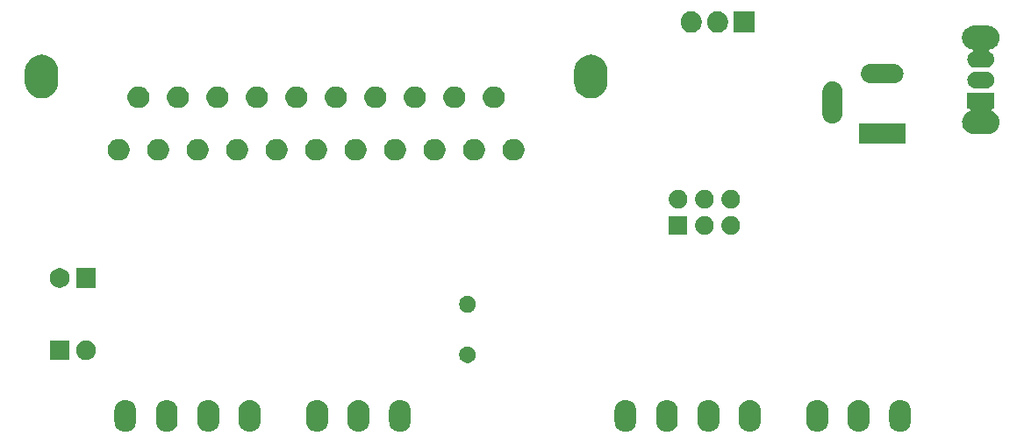
<source format=gbr>
G04 #@! TF.GenerationSoftware,KiCad,Pcbnew,5.1.5-52549c5~84~ubuntu19.10.1*
G04 #@! TF.CreationDate,2019-12-01T23:59:15+01:00*
G04 #@! TF.ProjectId,eduzebox,6564757a-6562-46f7-982e-6b696361645f,rev?*
G04 #@! TF.SameCoordinates,Original*
G04 #@! TF.FileFunction,Soldermask,Bot*
G04 #@! TF.FilePolarity,Negative*
%FSLAX46Y46*%
G04 Gerber Fmt 4.6, Leading zero omitted, Abs format (unit mm)*
G04 Created by KiCad (PCBNEW 5.1.5-52549c5~84~ubuntu19.10.1) date 2019-12-01 23:59:15*
%MOMM*%
%LPD*%
G04 APERTURE LIST*
%ADD10C,0.100000*%
G04 APERTURE END LIST*
D10*
G36*
X99901031Y-97524207D02*
G01*
X100099145Y-97584305D01*
X100099148Y-97584306D01*
X100165030Y-97619521D01*
X100281729Y-97681897D01*
X100441765Y-97813235D01*
X100573103Y-97973271D01*
X100573104Y-97973273D01*
X100670694Y-98155851D01*
X100670694Y-98155852D01*
X100670695Y-98155854D01*
X100730793Y-98353968D01*
X100746000Y-98508370D01*
X100746000Y-99611630D01*
X100730793Y-99766032D01*
X100670695Y-99964146D01*
X100670694Y-99964149D01*
X100618939Y-100060975D01*
X100573103Y-100146729D01*
X100441765Y-100306765D01*
X100281729Y-100438103D01*
X100195975Y-100483939D01*
X100099149Y-100535694D01*
X100099146Y-100535695D01*
X99901032Y-100595793D01*
X99695000Y-100616085D01*
X99488969Y-100595793D01*
X99290855Y-100535695D01*
X99290852Y-100535694D01*
X99194026Y-100483939D01*
X99108272Y-100438103D01*
X98948236Y-100306765D01*
X98816898Y-100146729D01*
X98794184Y-100104234D01*
X98719305Y-99964147D01*
X98659207Y-99766030D01*
X98644000Y-99611631D01*
X98644000Y-98508370D01*
X98659207Y-98353971D01*
X98659207Y-98353969D01*
X98719305Y-98155855D01*
X98719306Y-98155852D01*
X98754521Y-98089970D01*
X98816897Y-97973271D01*
X98948235Y-97813235D01*
X99108271Y-97681897D01*
X99194025Y-97636061D01*
X99290851Y-97584306D01*
X99290854Y-97584305D01*
X99488968Y-97524207D01*
X99695000Y-97503915D01*
X99901031Y-97524207D01*
G37*
G36*
X174661031Y-97524207D02*
G01*
X174859145Y-97584305D01*
X174859148Y-97584306D01*
X174925030Y-97619521D01*
X175041729Y-97681897D01*
X175201765Y-97813235D01*
X175333103Y-97973271D01*
X175333104Y-97973273D01*
X175430694Y-98155851D01*
X175430694Y-98155852D01*
X175430695Y-98155854D01*
X175490793Y-98353968D01*
X175506000Y-98508370D01*
X175506000Y-99611630D01*
X175490793Y-99766032D01*
X175430695Y-99964146D01*
X175430694Y-99964149D01*
X175378939Y-100060975D01*
X175333103Y-100146729D01*
X175201765Y-100306765D01*
X175041729Y-100438103D01*
X174955975Y-100483939D01*
X174859149Y-100535694D01*
X174859146Y-100535695D01*
X174661032Y-100595793D01*
X174455000Y-100616085D01*
X174248969Y-100595793D01*
X174050855Y-100535695D01*
X174050852Y-100535694D01*
X173954026Y-100483939D01*
X173868272Y-100438103D01*
X173708236Y-100306765D01*
X173576898Y-100146729D01*
X173554184Y-100104235D01*
X173479305Y-99964147D01*
X173419207Y-99766030D01*
X173404000Y-99611631D01*
X173404000Y-98508370D01*
X173419207Y-98353971D01*
X173419207Y-98353969D01*
X173479305Y-98155855D01*
X173479306Y-98155852D01*
X173514521Y-98089970D01*
X173576897Y-97973271D01*
X173708235Y-97813235D01*
X173868271Y-97681897D01*
X173954025Y-97636061D01*
X174050851Y-97584306D01*
X174050854Y-97584305D01*
X174248968Y-97524207D01*
X174455000Y-97503915D01*
X174661031Y-97524207D01*
G37*
G36*
X170661031Y-97524207D02*
G01*
X170859145Y-97584305D01*
X170859148Y-97584306D01*
X170925030Y-97619521D01*
X171041729Y-97681897D01*
X171201765Y-97813235D01*
X171333103Y-97973271D01*
X171333104Y-97973273D01*
X171430694Y-98155851D01*
X171430694Y-98155852D01*
X171430695Y-98155854D01*
X171490793Y-98353968D01*
X171506000Y-98508370D01*
X171506000Y-99611630D01*
X171490793Y-99766032D01*
X171430695Y-99964146D01*
X171430694Y-99964149D01*
X171378939Y-100060975D01*
X171333103Y-100146729D01*
X171201765Y-100306765D01*
X171041729Y-100438103D01*
X170955975Y-100483939D01*
X170859149Y-100535694D01*
X170859146Y-100535695D01*
X170661032Y-100595793D01*
X170455000Y-100616085D01*
X170248969Y-100595793D01*
X170050855Y-100535695D01*
X170050852Y-100535694D01*
X169954026Y-100483939D01*
X169868272Y-100438103D01*
X169708236Y-100306765D01*
X169576898Y-100146729D01*
X169554184Y-100104235D01*
X169479305Y-99964147D01*
X169419207Y-99766030D01*
X169404000Y-99611631D01*
X169404000Y-98508370D01*
X169419207Y-98353971D01*
X169419207Y-98353969D01*
X169479305Y-98155855D01*
X169479306Y-98155852D01*
X169514521Y-98089970D01*
X169576897Y-97973271D01*
X169708235Y-97813235D01*
X169868271Y-97681897D01*
X169954025Y-97636061D01*
X170050851Y-97584306D01*
X170050854Y-97584305D01*
X170248968Y-97524207D01*
X170455000Y-97503915D01*
X170661031Y-97524207D01*
G37*
G36*
X166661031Y-97524207D02*
G01*
X166859145Y-97584305D01*
X166859148Y-97584306D01*
X166925030Y-97619521D01*
X167041729Y-97681897D01*
X167201765Y-97813235D01*
X167333103Y-97973271D01*
X167333104Y-97973273D01*
X167430694Y-98155851D01*
X167430694Y-98155852D01*
X167430695Y-98155854D01*
X167490793Y-98353968D01*
X167506000Y-98508370D01*
X167506000Y-99611630D01*
X167490793Y-99766032D01*
X167430695Y-99964146D01*
X167430694Y-99964149D01*
X167378939Y-100060975D01*
X167333103Y-100146729D01*
X167201765Y-100306765D01*
X167041729Y-100438103D01*
X166955975Y-100483939D01*
X166859149Y-100535694D01*
X166859146Y-100535695D01*
X166661032Y-100595793D01*
X166455000Y-100616085D01*
X166248969Y-100595793D01*
X166050855Y-100535695D01*
X166050852Y-100535694D01*
X165954026Y-100483939D01*
X165868272Y-100438103D01*
X165708236Y-100306765D01*
X165576898Y-100146729D01*
X165554184Y-100104235D01*
X165479305Y-99964147D01*
X165419207Y-99766030D01*
X165404000Y-99611631D01*
X165404000Y-98508370D01*
X165419207Y-98353971D01*
X165419207Y-98353969D01*
X165479305Y-98155855D01*
X165479306Y-98155852D01*
X165514521Y-98089970D01*
X165576897Y-97973271D01*
X165708235Y-97813235D01*
X165868271Y-97681897D01*
X165954025Y-97636061D01*
X166050851Y-97584306D01*
X166050854Y-97584305D01*
X166248968Y-97524207D01*
X166455000Y-97503915D01*
X166661031Y-97524207D01*
G37*
G36*
X160161031Y-97524207D02*
G01*
X160359145Y-97584305D01*
X160359148Y-97584306D01*
X160425030Y-97619521D01*
X160541729Y-97681897D01*
X160701765Y-97813235D01*
X160833103Y-97973271D01*
X160833104Y-97973273D01*
X160930694Y-98155851D01*
X160930694Y-98155852D01*
X160930695Y-98155854D01*
X160990793Y-98353968D01*
X161006000Y-98508370D01*
X161006000Y-99611630D01*
X160990793Y-99766032D01*
X160930695Y-99964146D01*
X160930694Y-99964149D01*
X160878939Y-100060975D01*
X160833103Y-100146729D01*
X160701765Y-100306765D01*
X160541729Y-100438103D01*
X160455975Y-100483939D01*
X160359149Y-100535694D01*
X160359146Y-100535695D01*
X160161032Y-100595793D01*
X159955000Y-100616085D01*
X159748969Y-100595793D01*
X159550855Y-100535695D01*
X159550852Y-100535694D01*
X159454026Y-100483939D01*
X159368272Y-100438103D01*
X159208236Y-100306765D01*
X159076898Y-100146729D01*
X159054184Y-100104235D01*
X158979305Y-99964147D01*
X158919207Y-99766030D01*
X158904000Y-99611631D01*
X158904000Y-98508370D01*
X158919207Y-98353971D01*
X158919207Y-98353969D01*
X158979305Y-98155855D01*
X158979306Y-98155852D01*
X159014521Y-98089970D01*
X159076897Y-97973271D01*
X159208235Y-97813235D01*
X159368271Y-97681897D01*
X159454025Y-97636061D01*
X159550851Y-97584306D01*
X159550854Y-97584305D01*
X159748968Y-97524207D01*
X159955000Y-97503915D01*
X160161031Y-97524207D01*
G37*
G36*
X156161031Y-97524207D02*
G01*
X156359145Y-97584305D01*
X156359148Y-97584306D01*
X156425030Y-97619521D01*
X156541729Y-97681897D01*
X156701765Y-97813235D01*
X156833103Y-97973271D01*
X156833104Y-97973273D01*
X156930694Y-98155851D01*
X156930694Y-98155852D01*
X156930695Y-98155854D01*
X156990793Y-98353968D01*
X157006000Y-98508370D01*
X157006000Y-99611630D01*
X156990793Y-99766032D01*
X156930695Y-99964146D01*
X156930694Y-99964149D01*
X156878939Y-100060975D01*
X156833103Y-100146729D01*
X156701765Y-100306765D01*
X156541729Y-100438103D01*
X156455975Y-100483939D01*
X156359149Y-100535694D01*
X156359146Y-100535695D01*
X156161032Y-100595793D01*
X155955000Y-100616085D01*
X155748969Y-100595793D01*
X155550855Y-100535695D01*
X155550852Y-100535694D01*
X155454026Y-100483939D01*
X155368272Y-100438103D01*
X155208236Y-100306765D01*
X155076898Y-100146729D01*
X155054184Y-100104235D01*
X154979305Y-99964147D01*
X154919207Y-99766030D01*
X154904000Y-99611631D01*
X154904000Y-98508370D01*
X154919207Y-98353971D01*
X154919207Y-98353969D01*
X154979305Y-98155855D01*
X154979306Y-98155852D01*
X155014521Y-98089970D01*
X155076897Y-97973271D01*
X155208235Y-97813235D01*
X155368271Y-97681897D01*
X155454025Y-97636061D01*
X155550851Y-97584306D01*
X155550854Y-97584305D01*
X155748968Y-97524207D01*
X155955000Y-97503915D01*
X156161031Y-97524207D01*
G37*
G36*
X152161031Y-97524207D02*
G01*
X152359145Y-97584305D01*
X152359148Y-97584306D01*
X152425030Y-97619521D01*
X152541729Y-97681897D01*
X152701765Y-97813235D01*
X152833103Y-97973271D01*
X152833104Y-97973273D01*
X152930694Y-98155851D01*
X152930694Y-98155852D01*
X152930695Y-98155854D01*
X152990793Y-98353968D01*
X153006000Y-98508370D01*
X153006000Y-99611630D01*
X152990793Y-99766032D01*
X152930695Y-99964146D01*
X152930694Y-99964149D01*
X152878939Y-100060975D01*
X152833103Y-100146729D01*
X152701765Y-100306765D01*
X152541729Y-100438103D01*
X152455975Y-100483939D01*
X152359149Y-100535694D01*
X152359146Y-100535695D01*
X152161032Y-100595793D01*
X151955000Y-100616085D01*
X151748969Y-100595793D01*
X151550855Y-100535695D01*
X151550852Y-100535694D01*
X151454026Y-100483939D01*
X151368272Y-100438103D01*
X151208236Y-100306765D01*
X151076898Y-100146729D01*
X151054184Y-100104235D01*
X150979305Y-99964147D01*
X150919207Y-99766030D01*
X150904000Y-99611631D01*
X150904000Y-98508370D01*
X150919207Y-98353971D01*
X150919207Y-98353969D01*
X150979305Y-98155855D01*
X150979306Y-98155852D01*
X151014521Y-98089970D01*
X151076897Y-97973271D01*
X151208235Y-97813235D01*
X151368271Y-97681897D01*
X151454025Y-97636061D01*
X151550851Y-97584306D01*
X151550854Y-97584305D01*
X151748968Y-97524207D01*
X151955000Y-97503915D01*
X152161031Y-97524207D01*
G37*
G36*
X148161031Y-97524207D02*
G01*
X148359145Y-97584305D01*
X148359148Y-97584306D01*
X148425030Y-97619521D01*
X148541729Y-97681897D01*
X148701765Y-97813235D01*
X148833103Y-97973271D01*
X148833104Y-97973273D01*
X148930694Y-98155851D01*
X148930694Y-98155852D01*
X148930695Y-98155854D01*
X148990793Y-98353968D01*
X149006000Y-98508370D01*
X149006000Y-99611630D01*
X148990793Y-99766032D01*
X148930695Y-99964146D01*
X148930694Y-99964149D01*
X148878939Y-100060975D01*
X148833103Y-100146729D01*
X148701765Y-100306765D01*
X148541729Y-100438103D01*
X148455975Y-100483939D01*
X148359149Y-100535694D01*
X148359146Y-100535695D01*
X148161032Y-100595793D01*
X147955000Y-100616085D01*
X147748969Y-100595793D01*
X147550855Y-100535695D01*
X147550852Y-100535694D01*
X147454026Y-100483939D01*
X147368272Y-100438103D01*
X147208236Y-100306765D01*
X147076898Y-100146729D01*
X147054184Y-100104235D01*
X146979305Y-99964147D01*
X146919207Y-99766030D01*
X146904000Y-99611631D01*
X146904000Y-98508370D01*
X146919207Y-98353971D01*
X146919207Y-98353969D01*
X146979305Y-98155855D01*
X146979306Y-98155852D01*
X147014521Y-98089970D01*
X147076897Y-97973271D01*
X147208235Y-97813235D01*
X147368271Y-97681897D01*
X147454025Y-97636061D01*
X147550851Y-97584306D01*
X147550854Y-97584305D01*
X147748968Y-97524207D01*
X147955000Y-97503915D01*
X148161031Y-97524207D01*
G37*
G36*
X126401031Y-97524207D02*
G01*
X126599145Y-97584305D01*
X126599148Y-97584306D01*
X126665030Y-97619521D01*
X126781729Y-97681897D01*
X126941765Y-97813235D01*
X127073103Y-97973271D01*
X127073104Y-97973273D01*
X127170694Y-98155851D01*
X127170694Y-98155852D01*
X127170695Y-98155854D01*
X127230793Y-98353968D01*
X127246000Y-98508370D01*
X127246000Y-99611630D01*
X127230793Y-99766032D01*
X127170695Y-99964146D01*
X127170694Y-99964149D01*
X127118939Y-100060975D01*
X127073103Y-100146729D01*
X126941765Y-100306765D01*
X126781729Y-100438103D01*
X126695975Y-100483939D01*
X126599149Y-100535694D01*
X126599146Y-100535695D01*
X126401032Y-100595793D01*
X126195000Y-100616085D01*
X125988969Y-100595793D01*
X125790855Y-100535695D01*
X125790852Y-100535694D01*
X125694026Y-100483939D01*
X125608272Y-100438103D01*
X125448236Y-100306765D01*
X125316898Y-100146729D01*
X125294184Y-100104235D01*
X125219305Y-99964147D01*
X125159207Y-99766030D01*
X125144000Y-99611631D01*
X125144000Y-98508370D01*
X125159207Y-98353971D01*
X125159207Y-98353969D01*
X125219305Y-98155855D01*
X125219306Y-98155852D01*
X125254521Y-98089970D01*
X125316897Y-97973271D01*
X125448235Y-97813235D01*
X125608271Y-97681897D01*
X125694025Y-97636061D01*
X125790851Y-97584306D01*
X125790854Y-97584305D01*
X125988968Y-97524207D01*
X126195000Y-97503915D01*
X126401031Y-97524207D01*
G37*
G36*
X122401031Y-97524207D02*
G01*
X122599145Y-97584305D01*
X122599148Y-97584306D01*
X122665030Y-97619521D01*
X122781729Y-97681897D01*
X122941765Y-97813235D01*
X123073103Y-97973271D01*
X123073104Y-97973273D01*
X123170694Y-98155851D01*
X123170694Y-98155852D01*
X123170695Y-98155854D01*
X123230793Y-98353968D01*
X123246000Y-98508370D01*
X123246000Y-99611630D01*
X123230793Y-99766032D01*
X123170695Y-99964146D01*
X123170694Y-99964149D01*
X123118939Y-100060975D01*
X123073103Y-100146729D01*
X122941765Y-100306765D01*
X122781729Y-100438103D01*
X122695975Y-100483939D01*
X122599149Y-100535694D01*
X122599146Y-100535695D01*
X122401032Y-100595793D01*
X122195000Y-100616085D01*
X121988969Y-100595793D01*
X121790855Y-100535695D01*
X121790852Y-100535694D01*
X121694026Y-100483939D01*
X121608272Y-100438103D01*
X121448236Y-100306765D01*
X121316898Y-100146729D01*
X121294184Y-100104235D01*
X121219305Y-99964147D01*
X121159207Y-99766030D01*
X121144000Y-99611631D01*
X121144000Y-98508370D01*
X121159207Y-98353971D01*
X121159207Y-98353969D01*
X121219305Y-98155855D01*
X121219306Y-98155852D01*
X121254521Y-98089970D01*
X121316897Y-97973271D01*
X121448235Y-97813235D01*
X121608271Y-97681897D01*
X121694025Y-97636061D01*
X121790851Y-97584306D01*
X121790854Y-97584305D01*
X121988968Y-97524207D01*
X122195000Y-97503915D01*
X122401031Y-97524207D01*
G37*
G36*
X118401031Y-97524207D02*
G01*
X118599145Y-97584305D01*
X118599148Y-97584306D01*
X118665030Y-97619521D01*
X118781729Y-97681897D01*
X118941765Y-97813235D01*
X119073103Y-97973271D01*
X119073104Y-97973273D01*
X119170694Y-98155851D01*
X119170694Y-98155852D01*
X119170695Y-98155854D01*
X119230793Y-98353968D01*
X119246000Y-98508370D01*
X119246000Y-99611630D01*
X119230793Y-99766032D01*
X119170695Y-99964146D01*
X119170694Y-99964149D01*
X119118939Y-100060975D01*
X119073103Y-100146729D01*
X118941765Y-100306765D01*
X118781729Y-100438103D01*
X118695975Y-100483939D01*
X118599149Y-100535694D01*
X118599146Y-100535695D01*
X118401032Y-100595793D01*
X118195000Y-100616085D01*
X117988969Y-100595793D01*
X117790855Y-100535695D01*
X117790852Y-100535694D01*
X117694026Y-100483939D01*
X117608272Y-100438103D01*
X117448236Y-100306765D01*
X117316898Y-100146729D01*
X117294184Y-100104234D01*
X117219305Y-99964147D01*
X117159207Y-99766030D01*
X117144000Y-99611631D01*
X117144000Y-98508370D01*
X117159207Y-98353971D01*
X117159207Y-98353969D01*
X117219305Y-98155855D01*
X117219306Y-98155852D01*
X117254521Y-98089970D01*
X117316897Y-97973271D01*
X117448235Y-97813235D01*
X117608271Y-97681897D01*
X117694025Y-97636061D01*
X117790851Y-97584306D01*
X117790854Y-97584305D01*
X117988968Y-97524207D01*
X118195000Y-97503915D01*
X118401031Y-97524207D01*
G37*
G36*
X111901031Y-97524207D02*
G01*
X112099145Y-97584305D01*
X112099148Y-97584306D01*
X112165030Y-97619521D01*
X112281729Y-97681897D01*
X112441765Y-97813235D01*
X112573103Y-97973271D01*
X112573104Y-97973273D01*
X112670694Y-98155851D01*
X112670694Y-98155852D01*
X112670695Y-98155854D01*
X112730793Y-98353968D01*
X112746000Y-98508370D01*
X112746000Y-99611630D01*
X112730793Y-99766032D01*
X112670695Y-99964146D01*
X112670694Y-99964149D01*
X112618939Y-100060975D01*
X112573103Y-100146729D01*
X112441765Y-100306765D01*
X112281729Y-100438103D01*
X112195975Y-100483939D01*
X112099149Y-100535694D01*
X112099146Y-100535695D01*
X111901032Y-100595793D01*
X111695000Y-100616085D01*
X111488969Y-100595793D01*
X111290855Y-100535695D01*
X111290852Y-100535694D01*
X111194026Y-100483939D01*
X111108272Y-100438103D01*
X110948236Y-100306765D01*
X110816898Y-100146729D01*
X110794184Y-100104234D01*
X110719305Y-99964147D01*
X110659207Y-99766030D01*
X110644000Y-99611631D01*
X110644000Y-98508370D01*
X110659207Y-98353971D01*
X110659207Y-98353969D01*
X110719305Y-98155855D01*
X110719306Y-98155852D01*
X110754521Y-98089970D01*
X110816897Y-97973271D01*
X110948235Y-97813235D01*
X111108271Y-97681897D01*
X111194025Y-97636061D01*
X111290851Y-97584306D01*
X111290854Y-97584305D01*
X111488968Y-97524207D01*
X111695000Y-97503915D01*
X111901031Y-97524207D01*
G37*
G36*
X107901031Y-97524207D02*
G01*
X108099145Y-97584305D01*
X108099148Y-97584306D01*
X108165030Y-97619521D01*
X108281729Y-97681897D01*
X108441765Y-97813235D01*
X108573103Y-97973271D01*
X108573104Y-97973273D01*
X108670694Y-98155851D01*
X108670694Y-98155852D01*
X108670695Y-98155854D01*
X108730793Y-98353968D01*
X108746000Y-98508370D01*
X108746000Y-99611630D01*
X108730793Y-99766032D01*
X108670695Y-99964146D01*
X108670694Y-99964149D01*
X108618939Y-100060975D01*
X108573103Y-100146729D01*
X108441765Y-100306765D01*
X108281729Y-100438103D01*
X108195975Y-100483939D01*
X108099149Y-100535694D01*
X108099146Y-100535695D01*
X107901032Y-100595793D01*
X107695000Y-100616085D01*
X107488969Y-100595793D01*
X107290855Y-100535695D01*
X107290852Y-100535694D01*
X107194026Y-100483939D01*
X107108272Y-100438103D01*
X106948236Y-100306765D01*
X106816898Y-100146729D01*
X106794184Y-100104234D01*
X106719305Y-99964147D01*
X106659207Y-99766030D01*
X106644000Y-99611631D01*
X106644000Y-98508370D01*
X106659207Y-98353971D01*
X106659207Y-98353969D01*
X106719305Y-98155855D01*
X106719306Y-98155852D01*
X106754521Y-98089970D01*
X106816897Y-97973271D01*
X106948235Y-97813235D01*
X107108271Y-97681897D01*
X107194025Y-97636061D01*
X107290851Y-97584306D01*
X107290854Y-97584305D01*
X107488968Y-97524207D01*
X107695000Y-97503915D01*
X107901031Y-97524207D01*
G37*
G36*
X103901031Y-97524207D02*
G01*
X104099145Y-97584305D01*
X104099148Y-97584306D01*
X104165030Y-97619521D01*
X104281729Y-97681897D01*
X104441765Y-97813235D01*
X104573103Y-97973271D01*
X104573104Y-97973273D01*
X104670694Y-98155851D01*
X104670694Y-98155852D01*
X104670695Y-98155854D01*
X104730793Y-98353968D01*
X104746000Y-98508370D01*
X104746000Y-99611630D01*
X104730793Y-99766032D01*
X104670695Y-99964146D01*
X104670694Y-99964149D01*
X104618939Y-100060975D01*
X104573103Y-100146729D01*
X104441765Y-100306765D01*
X104281729Y-100438103D01*
X104195975Y-100483939D01*
X104099149Y-100535694D01*
X104099146Y-100535695D01*
X103901032Y-100595793D01*
X103695000Y-100616085D01*
X103488969Y-100595793D01*
X103290855Y-100535695D01*
X103290852Y-100535694D01*
X103194026Y-100483939D01*
X103108272Y-100438103D01*
X102948236Y-100306765D01*
X102816898Y-100146729D01*
X102794184Y-100104234D01*
X102719305Y-99964147D01*
X102659207Y-99766030D01*
X102644000Y-99611631D01*
X102644000Y-98508370D01*
X102659207Y-98353971D01*
X102659207Y-98353969D01*
X102719305Y-98155855D01*
X102719306Y-98155852D01*
X102754521Y-98089970D01*
X102816897Y-97973271D01*
X102948235Y-97813235D01*
X103108271Y-97681897D01*
X103194025Y-97636061D01*
X103290851Y-97584306D01*
X103290854Y-97584305D01*
X103488968Y-97524207D01*
X103695000Y-97503915D01*
X103901031Y-97524207D01*
G37*
G36*
X132948642Y-92374781D02*
G01*
X133094414Y-92435162D01*
X133094416Y-92435163D01*
X133225608Y-92522822D01*
X133337178Y-92634392D01*
X133424837Y-92765584D01*
X133424838Y-92765586D01*
X133485219Y-92911358D01*
X133516000Y-93066107D01*
X133516000Y-93223893D01*
X133485219Y-93378642D01*
X133424838Y-93524414D01*
X133424837Y-93524416D01*
X133337178Y-93655608D01*
X133225608Y-93767178D01*
X133094416Y-93854837D01*
X133094415Y-93854838D01*
X133094414Y-93854838D01*
X132948642Y-93915219D01*
X132793893Y-93946000D01*
X132636107Y-93946000D01*
X132481358Y-93915219D01*
X132335586Y-93854838D01*
X132335585Y-93854838D01*
X132335584Y-93854837D01*
X132204392Y-93767178D01*
X132092822Y-93655608D01*
X132005163Y-93524416D01*
X132005162Y-93524414D01*
X131944781Y-93378642D01*
X131914000Y-93223893D01*
X131914000Y-93066107D01*
X131944781Y-92911358D01*
X132005162Y-92765586D01*
X132005163Y-92765584D01*
X132092822Y-92634392D01*
X132204392Y-92522822D01*
X132335584Y-92435163D01*
X132335586Y-92435162D01*
X132481358Y-92374781D01*
X132636107Y-92344000D01*
X132793893Y-92344000D01*
X132948642Y-92374781D01*
G37*
G36*
X96162395Y-91795546D02*
G01*
X96335466Y-91867234D01*
X96335467Y-91867235D01*
X96491227Y-91971310D01*
X96623690Y-92103773D01*
X96623691Y-92103775D01*
X96727766Y-92259534D01*
X96799454Y-92432605D01*
X96836000Y-92616333D01*
X96836000Y-92803667D01*
X96799454Y-92987395D01*
X96727766Y-93160466D01*
X96727765Y-93160467D01*
X96623690Y-93316227D01*
X96491227Y-93448690D01*
X96412818Y-93501081D01*
X96335466Y-93552766D01*
X96162395Y-93624454D01*
X95978667Y-93661000D01*
X95791333Y-93661000D01*
X95607605Y-93624454D01*
X95434534Y-93552766D01*
X95357182Y-93501081D01*
X95278773Y-93448690D01*
X95146310Y-93316227D01*
X95042235Y-93160467D01*
X95042234Y-93160466D01*
X94970546Y-92987395D01*
X94934000Y-92803667D01*
X94934000Y-92616333D01*
X94970546Y-92432605D01*
X95042234Y-92259534D01*
X95146309Y-92103775D01*
X95146310Y-92103773D01*
X95278773Y-91971310D01*
X95434533Y-91867235D01*
X95434534Y-91867234D01*
X95607605Y-91795546D01*
X95791333Y-91759000D01*
X95978667Y-91759000D01*
X96162395Y-91795546D01*
G37*
G36*
X94296000Y-93661000D02*
G01*
X92394000Y-93661000D01*
X92394000Y-91759000D01*
X94296000Y-91759000D01*
X94296000Y-93661000D01*
G37*
G36*
X132948642Y-87494781D02*
G01*
X133094414Y-87555162D01*
X133094416Y-87555163D01*
X133225608Y-87642822D01*
X133337178Y-87754392D01*
X133424837Y-87885584D01*
X133424838Y-87885586D01*
X133485219Y-88031358D01*
X133516000Y-88186107D01*
X133516000Y-88343893D01*
X133485219Y-88498642D01*
X133424838Y-88644414D01*
X133424837Y-88644416D01*
X133337178Y-88775608D01*
X133225608Y-88887178D01*
X133094416Y-88974837D01*
X133094415Y-88974838D01*
X133094414Y-88974838D01*
X132948642Y-89035219D01*
X132793893Y-89066000D01*
X132636107Y-89066000D01*
X132481358Y-89035219D01*
X132335586Y-88974838D01*
X132335585Y-88974838D01*
X132335584Y-88974837D01*
X132204392Y-88887178D01*
X132092822Y-88775608D01*
X132005163Y-88644416D01*
X132005162Y-88644414D01*
X131944781Y-88498642D01*
X131914000Y-88343893D01*
X131914000Y-88186107D01*
X131944781Y-88031358D01*
X132005162Y-87885586D01*
X132005163Y-87885584D01*
X132092822Y-87754392D01*
X132204392Y-87642822D01*
X132335584Y-87555163D01*
X132335586Y-87555162D01*
X132481358Y-87494781D01*
X132636107Y-87464000D01*
X132793893Y-87464000D01*
X132948642Y-87494781D01*
G37*
G36*
X93622395Y-84810546D02*
G01*
X93795466Y-84882234D01*
X93795467Y-84882235D01*
X93951227Y-84986310D01*
X94083690Y-85118773D01*
X94083691Y-85118775D01*
X94187766Y-85274534D01*
X94259454Y-85447605D01*
X94296000Y-85631333D01*
X94296000Y-85818667D01*
X94259454Y-86002395D01*
X94187766Y-86175466D01*
X94187765Y-86175467D01*
X94083690Y-86331227D01*
X93951227Y-86463690D01*
X93872818Y-86516081D01*
X93795466Y-86567766D01*
X93622395Y-86639454D01*
X93438667Y-86676000D01*
X93251333Y-86676000D01*
X93067605Y-86639454D01*
X92894534Y-86567766D01*
X92817182Y-86516081D01*
X92738773Y-86463690D01*
X92606310Y-86331227D01*
X92502235Y-86175467D01*
X92502234Y-86175466D01*
X92430546Y-86002395D01*
X92394000Y-85818667D01*
X92394000Y-85631333D01*
X92430546Y-85447605D01*
X92502234Y-85274534D01*
X92606309Y-85118775D01*
X92606310Y-85118773D01*
X92738773Y-84986310D01*
X92894533Y-84882235D01*
X92894534Y-84882234D01*
X93067605Y-84810546D01*
X93251333Y-84774000D01*
X93438667Y-84774000D01*
X93622395Y-84810546D01*
G37*
G36*
X96836000Y-86676000D02*
G01*
X94934000Y-86676000D01*
X94934000Y-84774000D01*
X96836000Y-84774000D01*
X96836000Y-86676000D01*
G37*
G36*
X155688512Y-79748927D02*
G01*
X155837812Y-79778624D01*
X156001784Y-79846544D01*
X156149354Y-79945147D01*
X156274853Y-80070646D01*
X156373456Y-80218216D01*
X156441376Y-80382188D01*
X156476000Y-80556259D01*
X156476000Y-80733741D01*
X156441376Y-80907812D01*
X156373456Y-81071784D01*
X156274853Y-81219354D01*
X156149354Y-81344853D01*
X156001784Y-81443456D01*
X155837812Y-81511376D01*
X155688512Y-81541073D01*
X155663742Y-81546000D01*
X155486258Y-81546000D01*
X155461488Y-81541073D01*
X155312188Y-81511376D01*
X155148216Y-81443456D01*
X155000646Y-81344853D01*
X154875147Y-81219354D01*
X154776544Y-81071784D01*
X154708624Y-80907812D01*
X154674000Y-80733741D01*
X154674000Y-80556259D01*
X154708624Y-80382188D01*
X154776544Y-80218216D01*
X154875147Y-80070646D01*
X155000646Y-79945147D01*
X155148216Y-79846544D01*
X155312188Y-79778624D01*
X155461488Y-79748927D01*
X155486258Y-79744000D01*
X155663742Y-79744000D01*
X155688512Y-79748927D01*
G37*
G36*
X153936000Y-81546000D02*
G01*
X152134000Y-81546000D01*
X152134000Y-79744000D01*
X153936000Y-79744000D01*
X153936000Y-81546000D01*
G37*
G36*
X158228512Y-79748927D02*
G01*
X158377812Y-79778624D01*
X158541784Y-79846544D01*
X158689354Y-79945147D01*
X158814853Y-80070646D01*
X158913456Y-80218216D01*
X158981376Y-80382188D01*
X159016000Y-80556259D01*
X159016000Y-80733741D01*
X158981376Y-80907812D01*
X158913456Y-81071784D01*
X158814853Y-81219354D01*
X158689354Y-81344853D01*
X158541784Y-81443456D01*
X158377812Y-81511376D01*
X158228512Y-81541073D01*
X158203742Y-81546000D01*
X158026258Y-81546000D01*
X158001488Y-81541073D01*
X157852188Y-81511376D01*
X157688216Y-81443456D01*
X157540646Y-81344853D01*
X157415147Y-81219354D01*
X157316544Y-81071784D01*
X157248624Y-80907812D01*
X157214000Y-80733741D01*
X157214000Y-80556259D01*
X157248624Y-80382188D01*
X157316544Y-80218216D01*
X157415147Y-80070646D01*
X157540646Y-79945147D01*
X157688216Y-79846544D01*
X157852188Y-79778624D01*
X158001488Y-79748927D01*
X158026258Y-79744000D01*
X158203742Y-79744000D01*
X158228512Y-79748927D01*
G37*
G36*
X153148512Y-77208927D02*
G01*
X153297812Y-77238624D01*
X153461784Y-77306544D01*
X153609354Y-77405147D01*
X153734853Y-77530646D01*
X153833456Y-77678216D01*
X153901376Y-77842188D01*
X153936000Y-78016259D01*
X153936000Y-78193741D01*
X153901376Y-78367812D01*
X153833456Y-78531784D01*
X153734853Y-78679354D01*
X153609354Y-78804853D01*
X153461784Y-78903456D01*
X153297812Y-78971376D01*
X153148512Y-79001073D01*
X153123742Y-79006000D01*
X152946258Y-79006000D01*
X152921488Y-79001073D01*
X152772188Y-78971376D01*
X152608216Y-78903456D01*
X152460646Y-78804853D01*
X152335147Y-78679354D01*
X152236544Y-78531784D01*
X152168624Y-78367812D01*
X152134000Y-78193741D01*
X152134000Y-78016259D01*
X152168624Y-77842188D01*
X152236544Y-77678216D01*
X152335147Y-77530646D01*
X152460646Y-77405147D01*
X152608216Y-77306544D01*
X152772188Y-77238624D01*
X152921488Y-77208927D01*
X152946258Y-77204000D01*
X153123742Y-77204000D01*
X153148512Y-77208927D01*
G37*
G36*
X155688512Y-77208927D02*
G01*
X155837812Y-77238624D01*
X156001784Y-77306544D01*
X156149354Y-77405147D01*
X156274853Y-77530646D01*
X156373456Y-77678216D01*
X156441376Y-77842188D01*
X156476000Y-78016259D01*
X156476000Y-78193741D01*
X156441376Y-78367812D01*
X156373456Y-78531784D01*
X156274853Y-78679354D01*
X156149354Y-78804853D01*
X156001784Y-78903456D01*
X155837812Y-78971376D01*
X155688512Y-79001073D01*
X155663742Y-79006000D01*
X155486258Y-79006000D01*
X155461488Y-79001073D01*
X155312188Y-78971376D01*
X155148216Y-78903456D01*
X155000646Y-78804853D01*
X154875147Y-78679354D01*
X154776544Y-78531784D01*
X154708624Y-78367812D01*
X154674000Y-78193741D01*
X154674000Y-78016259D01*
X154708624Y-77842188D01*
X154776544Y-77678216D01*
X154875147Y-77530646D01*
X155000646Y-77405147D01*
X155148216Y-77306544D01*
X155312188Y-77238624D01*
X155461488Y-77208927D01*
X155486258Y-77204000D01*
X155663742Y-77204000D01*
X155688512Y-77208927D01*
G37*
G36*
X158228512Y-77208927D02*
G01*
X158377812Y-77238624D01*
X158541784Y-77306544D01*
X158689354Y-77405147D01*
X158814853Y-77530646D01*
X158913456Y-77678216D01*
X158981376Y-77842188D01*
X159016000Y-78016259D01*
X159016000Y-78193741D01*
X158981376Y-78367812D01*
X158913456Y-78531784D01*
X158814853Y-78679354D01*
X158689354Y-78804853D01*
X158541784Y-78903456D01*
X158377812Y-78971376D01*
X158228512Y-79001073D01*
X158203742Y-79006000D01*
X158026258Y-79006000D01*
X158001488Y-79001073D01*
X157852188Y-78971376D01*
X157688216Y-78903456D01*
X157540646Y-78804853D01*
X157415147Y-78679354D01*
X157316544Y-78531784D01*
X157248624Y-78367812D01*
X157214000Y-78193741D01*
X157214000Y-78016259D01*
X157248624Y-77842188D01*
X157316544Y-77678216D01*
X157415147Y-77530646D01*
X157540646Y-77405147D01*
X157688216Y-77306544D01*
X157852188Y-77238624D01*
X158001488Y-77208927D01*
X158026258Y-77204000D01*
X158203742Y-77204000D01*
X158228512Y-77208927D01*
G37*
G36*
X122226416Y-72309519D02*
G01*
X122417592Y-72388707D01*
X122417594Y-72388708D01*
X122589648Y-72503671D01*
X122735969Y-72649992D01*
X122850933Y-72822048D01*
X122930121Y-73013224D01*
X122970490Y-73216174D01*
X122970490Y-73423106D01*
X122930121Y-73626056D01*
X122850933Y-73817232D01*
X122850932Y-73817234D01*
X122735969Y-73989288D01*
X122589648Y-74135609D01*
X122417594Y-74250572D01*
X122417593Y-74250573D01*
X122417592Y-74250573D01*
X122226416Y-74329761D01*
X122023466Y-74370130D01*
X121816534Y-74370130D01*
X121613584Y-74329761D01*
X121422408Y-74250573D01*
X121422407Y-74250573D01*
X121422406Y-74250572D01*
X121250352Y-74135609D01*
X121104031Y-73989288D01*
X120989068Y-73817234D01*
X120989067Y-73817232D01*
X120909879Y-73626056D01*
X120869510Y-73423106D01*
X120869510Y-73216174D01*
X120909879Y-73013224D01*
X120989067Y-72822048D01*
X121104031Y-72649992D01*
X121250352Y-72503671D01*
X121422406Y-72388708D01*
X121422408Y-72388707D01*
X121613584Y-72309519D01*
X121816534Y-72269150D01*
X122023466Y-72269150D01*
X122226416Y-72309519D01*
G37*
G36*
X137466416Y-72309519D02*
G01*
X137657592Y-72388707D01*
X137657594Y-72388708D01*
X137829648Y-72503671D01*
X137975969Y-72649992D01*
X138090933Y-72822048D01*
X138170121Y-73013224D01*
X138210490Y-73216174D01*
X138210490Y-73423106D01*
X138170121Y-73626056D01*
X138090933Y-73817232D01*
X138090932Y-73817234D01*
X137975969Y-73989288D01*
X137829648Y-74135609D01*
X137657594Y-74250572D01*
X137657593Y-74250573D01*
X137657592Y-74250573D01*
X137466416Y-74329761D01*
X137263466Y-74370130D01*
X137056534Y-74370130D01*
X136853584Y-74329761D01*
X136662408Y-74250573D01*
X136662407Y-74250573D01*
X136662406Y-74250572D01*
X136490352Y-74135609D01*
X136344031Y-73989288D01*
X136229068Y-73817234D01*
X136229067Y-73817232D01*
X136149879Y-73626056D01*
X136109510Y-73423106D01*
X136109510Y-73216174D01*
X136149879Y-73013224D01*
X136229067Y-72822048D01*
X136344031Y-72649992D01*
X136490352Y-72503671D01*
X136662406Y-72388708D01*
X136662408Y-72388707D01*
X136853584Y-72309519D01*
X137056534Y-72269150D01*
X137263466Y-72269150D01*
X137466416Y-72309519D01*
G37*
G36*
X99366416Y-72309519D02*
G01*
X99557592Y-72388707D01*
X99557594Y-72388708D01*
X99729648Y-72503671D01*
X99875969Y-72649992D01*
X99990933Y-72822048D01*
X100070121Y-73013224D01*
X100110490Y-73216174D01*
X100110490Y-73423106D01*
X100070121Y-73626056D01*
X99990933Y-73817232D01*
X99990932Y-73817234D01*
X99875969Y-73989288D01*
X99729648Y-74135609D01*
X99557594Y-74250572D01*
X99557593Y-74250573D01*
X99557592Y-74250573D01*
X99366416Y-74329761D01*
X99163466Y-74370130D01*
X98956534Y-74370130D01*
X98753584Y-74329761D01*
X98562408Y-74250573D01*
X98562407Y-74250573D01*
X98562406Y-74250572D01*
X98390352Y-74135609D01*
X98244031Y-73989288D01*
X98129068Y-73817234D01*
X98129067Y-73817232D01*
X98049879Y-73626056D01*
X98009510Y-73423106D01*
X98009510Y-73216174D01*
X98049879Y-73013224D01*
X98129067Y-72822048D01*
X98244031Y-72649992D01*
X98390352Y-72503671D01*
X98562406Y-72388708D01*
X98562408Y-72388707D01*
X98753584Y-72309519D01*
X98956534Y-72269150D01*
X99163466Y-72269150D01*
X99366416Y-72309519D01*
G37*
G36*
X103176416Y-72309519D02*
G01*
X103367592Y-72388707D01*
X103367594Y-72388708D01*
X103539648Y-72503671D01*
X103685969Y-72649992D01*
X103800933Y-72822048D01*
X103880121Y-73013224D01*
X103920490Y-73216174D01*
X103920490Y-73423106D01*
X103880121Y-73626056D01*
X103800933Y-73817232D01*
X103800932Y-73817234D01*
X103685969Y-73989288D01*
X103539648Y-74135609D01*
X103367594Y-74250572D01*
X103367593Y-74250573D01*
X103367592Y-74250573D01*
X103176416Y-74329761D01*
X102973466Y-74370130D01*
X102766534Y-74370130D01*
X102563584Y-74329761D01*
X102372408Y-74250573D01*
X102372407Y-74250573D01*
X102372406Y-74250572D01*
X102200352Y-74135609D01*
X102054031Y-73989288D01*
X101939068Y-73817234D01*
X101939067Y-73817232D01*
X101859879Y-73626056D01*
X101819510Y-73423106D01*
X101819510Y-73216174D01*
X101859879Y-73013224D01*
X101939067Y-72822048D01*
X102054031Y-72649992D01*
X102200352Y-72503671D01*
X102372406Y-72388708D01*
X102372408Y-72388707D01*
X102563584Y-72309519D01*
X102766534Y-72269150D01*
X102973466Y-72269150D01*
X103176416Y-72309519D01*
G37*
G36*
X106986416Y-72309519D02*
G01*
X107177592Y-72388707D01*
X107177594Y-72388708D01*
X107349648Y-72503671D01*
X107495969Y-72649992D01*
X107610933Y-72822048D01*
X107690121Y-73013224D01*
X107730490Y-73216174D01*
X107730490Y-73423106D01*
X107690121Y-73626056D01*
X107610933Y-73817232D01*
X107610932Y-73817234D01*
X107495969Y-73989288D01*
X107349648Y-74135609D01*
X107177594Y-74250572D01*
X107177593Y-74250573D01*
X107177592Y-74250573D01*
X106986416Y-74329761D01*
X106783466Y-74370130D01*
X106576534Y-74370130D01*
X106373584Y-74329761D01*
X106182408Y-74250573D01*
X106182407Y-74250573D01*
X106182406Y-74250572D01*
X106010352Y-74135609D01*
X105864031Y-73989288D01*
X105749068Y-73817234D01*
X105749067Y-73817232D01*
X105669879Y-73626056D01*
X105629510Y-73423106D01*
X105629510Y-73216174D01*
X105669879Y-73013224D01*
X105749067Y-72822048D01*
X105864031Y-72649992D01*
X106010352Y-72503671D01*
X106182406Y-72388708D01*
X106182408Y-72388707D01*
X106373584Y-72309519D01*
X106576534Y-72269150D01*
X106783466Y-72269150D01*
X106986416Y-72309519D01*
G37*
G36*
X110796416Y-72309519D02*
G01*
X110987592Y-72388707D01*
X110987594Y-72388708D01*
X111159648Y-72503671D01*
X111305969Y-72649992D01*
X111420933Y-72822048D01*
X111500121Y-73013224D01*
X111540490Y-73216174D01*
X111540490Y-73423106D01*
X111500121Y-73626056D01*
X111420933Y-73817232D01*
X111420932Y-73817234D01*
X111305969Y-73989288D01*
X111159648Y-74135609D01*
X110987594Y-74250572D01*
X110987593Y-74250573D01*
X110987592Y-74250573D01*
X110796416Y-74329761D01*
X110593466Y-74370130D01*
X110386534Y-74370130D01*
X110183584Y-74329761D01*
X109992408Y-74250573D01*
X109992407Y-74250573D01*
X109992406Y-74250572D01*
X109820352Y-74135609D01*
X109674031Y-73989288D01*
X109559068Y-73817234D01*
X109559067Y-73817232D01*
X109479879Y-73626056D01*
X109439510Y-73423106D01*
X109439510Y-73216174D01*
X109479879Y-73013224D01*
X109559067Y-72822048D01*
X109674031Y-72649992D01*
X109820352Y-72503671D01*
X109992406Y-72388708D01*
X109992408Y-72388707D01*
X110183584Y-72309519D01*
X110386534Y-72269150D01*
X110593466Y-72269150D01*
X110796416Y-72309519D01*
G37*
G36*
X118416416Y-72309519D02*
G01*
X118607592Y-72388707D01*
X118607594Y-72388708D01*
X118779648Y-72503671D01*
X118925969Y-72649992D01*
X119040933Y-72822048D01*
X119120121Y-73013224D01*
X119160490Y-73216174D01*
X119160490Y-73423106D01*
X119120121Y-73626056D01*
X119040933Y-73817232D01*
X119040932Y-73817234D01*
X118925969Y-73989288D01*
X118779648Y-74135609D01*
X118607594Y-74250572D01*
X118607593Y-74250573D01*
X118607592Y-74250573D01*
X118416416Y-74329761D01*
X118213466Y-74370130D01*
X118006534Y-74370130D01*
X117803584Y-74329761D01*
X117612408Y-74250573D01*
X117612407Y-74250573D01*
X117612406Y-74250572D01*
X117440352Y-74135609D01*
X117294031Y-73989288D01*
X117179068Y-73817234D01*
X117179067Y-73817232D01*
X117099879Y-73626056D01*
X117059510Y-73423106D01*
X117059510Y-73216174D01*
X117099879Y-73013224D01*
X117179067Y-72822048D01*
X117294031Y-72649992D01*
X117440352Y-72503671D01*
X117612406Y-72388708D01*
X117612408Y-72388707D01*
X117803584Y-72309519D01*
X118006534Y-72269150D01*
X118213466Y-72269150D01*
X118416416Y-72309519D01*
G37*
G36*
X126036416Y-72309519D02*
G01*
X126227592Y-72388707D01*
X126227594Y-72388708D01*
X126399648Y-72503671D01*
X126545969Y-72649992D01*
X126660933Y-72822048D01*
X126740121Y-73013224D01*
X126780490Y-73216174D01*
X126780490Y-73423106D01*
X126740121Y-73626056D01*
X126660933Y-73817232D01*
X126660932Y-73817234D01*
X126545969Y-73989288D01*
X126399648Y-74135609D01*
X126227594Y-74250572D01*
X126227593Y-74250573D01*
X126227592Y-74250573D01*
X126036416Y-74329761D01*
X125833466Y-74370130D01*
X125626534Y-74370130D01*
X125423584Y-74329761D01*
X125232408Y-74250573D01*
X125232407Y-74250573D01*
X125232406Y-74250572D01*
X125060352Y-74135609D01*
X124914031Y-73989288D01*
X124799068Y-73817234D01*
X124799067Y-73817232D01*
X124719879Y-73626056D01*
X124679510Y-73423106D01*
X124679510Y-73216174D01*
X124719879Y-73013224D01*
X124799067Y-72822048D01*
X124914031Y-72649992D01*
X125060352Y-72503671D01*
X125232406Y-72388708D01*
X125232408Y-72388707D01*
X125423584Y-72309519D01*
X125626534Y-72269150D01*
X125833466Y-72269150D01*
X126036416Y-72309519D01*
G37*
G36*
X129846416Y-72309519D02*
G01*
X130037592Y-72388707D01*
X130037594Y-72388708D01*
X130209648Y-72503671D01*
X130355969Y-72649992D01*
X130470933Y-72822048D01*
X130550121Y-73013224D01*
X130590490Y-73216174D01*
X130590490Y-73423106D01*
X130550121Y-73626056D01*
X130470933Y-73817232D01*
X130470932Y-73817234D01*
X130355969Y-73989288D01*
X130209648Y-74135609D01*
X130037594Y-74250572D01*
X130037593Y-74250573D01*
X130037592Y-74250573D01*
X129846416Y-74329761D01*
X129643466Y-74370130D01*
X129436534Y-74370130D01*
X129233584Y-74329761D01*
X129042408Y-74250573D01*
X129042407Y-74250573D01*
X129042406Y-74250572D01*
X128870352Y-74135609D01*
X128724031Y-73989288D01*
X128609068Y-73817234D01*
X128609067Y-73817232D01*
X128529879Y-73626056D01*
X128489510Y-73423106D01*
X128489510Y-73216174D01*
X128529879Y-73013224D01*
X128609067Y-72822048D01*
X128724031Y-72649992D01*
X128870352Y-72503671D01*
X129042406Y-72388708D01*
X129042408Y-72388707D01*
X129233584Y-72309519D01*
X129436534Y-72269150D01*
X129643466Y-72269150D01*
X129846416Y-72309519D01*
G37*
G36*
X133656416Y-72309519D02*
G01*
X133847592Y-72388707D01*
X133847594Y-72388708D01*
X134019648Y-72503671D01*
X134165969Y-72649992D01*
X134280933Y-72822048D01*
X134360121Y-73013224D01*
X134400490Y-73216174D01*
X134400490Y-73423106D01*
X134360121Y-73626056D01*
X134280933Y-73817232D01*
X134280932Y-73817234D01*
X134165969Y-73989288D01*
X134019648Y-74135609D01*
X133847594Y-74250572D01*
X133847593Y-74250573D01*
X133847592Y-74250573D01*
X133656416Y-74329761D01*
X133453466Y-74370130D01*
X133246534Y-74370130D01*
X133043584Y-74329761D01*
X132852408Y-74250573D01*
X132852407Y-74250573D01*
X132852406Y-74250572D01*
X132680352Y-74135609D01*
X132534031Y-73989288D01*
X132419068Y-73817234D01*
X132419067Y-73817232D01*
X132339879Y-73626056D01*
X132299510Y-73423106D01*
X132299510Y-73216174D01*
X132339879Y-73013224D01*
X132419067Y-72822048D01*
X132534031Y-72649992D01*
X132680352Y-72503671D01*
X132852406Y-72388708D01*
X132852408Y-72388707D01*
X133043584Y-72309519D01*
X133246534Y-72269150D01*
X133453466Y-72269150D01*
X133656416Y-72309519D01*
G37*
G36*
X114606416Y-72309519D02*
G01*
X114797592Y-72388707D01*
X114797594Y-72388708D01*
X114969648Y-72503671D01*
X115115969Y-72649992D01*
X115230933Y-72822048D01*
X115310121Y-73013224D01*
X115350490Y-73216174D01*
X115350490Y-73423106D01*
X115310121Y-73626056D01*
X115230933Y-73817232D01*
X115230932Y-73817234D01*
X115115969Y-73989288D01*
X114969648Y-74135609D01*
X114797594Y-74250572D01*
X114797593Y-74250573D01*
X114797592Y-74250573D01*
X114606416Y-74329761D01*
X114403466Y-74370130D01*
X114196534Y-74370130D01*
X113993584Y-74329761D01*
X113802408Y-74250573D01*
X113802407Y-74250573D01*
X113802406Y-74250572D01*
X113630352Y-74135609D01*
X113484031Y-73989288D01*
X113369068Y-73817234D01*
X113369067Y-73817232D01*
X113289879Y-73626056D01*
X113249510Y-73423106D01*
X113249510Y-73216174D01*
X113289879Y-73013224D01*
X113369067Y-72822048D01*
X113484031Y-72649992D01*
X113630352Y-72503671D01*
X113802406Y-72388708D01*
X113802408Y-72388707D01*
X113993584Y-72309519D01*
X114196534Y-72269150D01*
X114403466Y-72269150D01*
X114606416Y-72309519D01*
G37*
G36*
X174971000Y-72706000D02*
G01*
X170469000Y-72706000D01*
X170469000Y-70804000D01*
X174971000Y-70804000D01*
X174971000Y-72706000D01*
G37*
G36*
X183546000Y-69381000D02*
G01*
X183405445Y-69381000D01*
X183381059Y-69383402D01*
X183357610Y-69390515D01*
X183335999Y-69402066D01*
X183317057Y-69417611D01*
X183301512Y-69436553D01*
X183289961Y-69458164D01*
X183282848Y-69481613D01*
X183280446Y-69505999D01*
X183282848Y-69530385D01*
X183289961Y-69553834D01*
X183301512Y-69575445D01*
X183317057Y-69594387D01*
X183335999Y-69609932D01*
X183346521Y-69616238D01*
X183537555Y-69718347D01*
X183712818Y-69862182D01*
X183856653Y-70037445D01*
X183954600Y-70220693D01*
X183963530Y-70237400D01*
X184029346Y-70454365D01*
X184051569Y-70680000D01*
X184045871Y-70737858D01*
X184029346Y-70905634D01*
X183963529Y-71122602D01*
X183856653Y-71322555D01*
X183712818Y-71497818D01*
X183537555Y-71641653D01*
X183337602Y-71748529D01*
X183337600Y-71748530D01*
X183120635Y-71814346D01*
X183064271Y-71819897D01*
X182951545Y-71831000D01*
X181538455Y-71831000D01*
X181425729Y-71819897D01*
X181369365Y-71814346D01*
X181152400Y-71748530D01*
X181152398Y-71748529D01*
X180952445Y-71641653D01*
X180777182Y-71497818D01*
X180633347Y-71322555D01*
X180526471Y-71122602D01*
X180460654Y-70905634D01*
X180444130Y-70737858D01*
X180438431Y-70680000D01*
X180460654Y-70454365D01*
X180526470Y-70237400D01*
X180535400Y-70220693D01*
X180633347Y-70037445D01*
X180777182Y-69862182D01*
X180952445Y-69718347D01*
X181143479Y-69616238D01*
X181163853Y-69602625D01*
X181181180Y-69585298D01*
X181194794Y-69564923D01*
X181204172Y-69542285D01*
X181208952Y-69518251D01*
X181208952Y-69493747D01*
X181204172Y-69469714D01*
X181194794Y-69447075D01*
X181181181Y-69426701D01*
X181163854Y-69409374D01*
X181143479Y-69395760D01*
X181120841Y-69386382D01*
X181096807Y-69381602D01*
X181084555Y-69381000D01*
X180944000Y-69381000D01*
X180944000Y-67779000D01*
X183546000Y-67779000D01*
X183546000Y-69381000D01*
G37*
G36*
X168106425Y-66717760D02*
G01*
X168106428Y-66717761D01*
X168106429Y-66717761D01*
X168285693Y-66772140D01*
X168285696Y-66772142D01*
X168285697Y-66772142D01*
X168450903Y-66860446D01*
X168595712Y-66979288D01*
X168714554Y-67124097D01*
X168770903Y-67229520D01*
X168802860Y-67289307D01*
X168857239Y-67468571D01*
X168857240Y-67468575D01*
X168871000Y-67608282D01*
X168871000Y-69901718D01*
X168857240Y-70041425D01*
X168857239Y-70041428D01*
X168857239Y-70041429D01*
X168802860Y-70220693D01*
X168802858Y-70220696D01*
X168802858Y-70220697D01*
X168714554Y-70385903D01*
X168595712Y-70530712D01*
X168450903Y-70649554D01*
X168285696Y-70737858D01*
X168285692Y-70737860D01*
X168106428Y-70792239D01*
X168106427Y-70792239D01*
X168106424Y-70792240D01*
X167920000Y-70810601D01*
X167733575Y-70792240D01*
X167733572Y-70792239D01*
X167733571Y-70792239D01*
X167554307Y-70737860D01*
X167554303Y-70737858D01*
X167389097Y-70649554D01*
X167244288Y-70530712D01*
X167125446Y-70385903D01*
X167037142Y-70220696D01*
X167037141Y-70220693D01*
X167037140Y-70220692D01*
X166982761Y-70041428D01*
X166982761Y-70041427D01*
X166982760Y-70041424D01*
X166969000Y-69901717D01*
X166969001Y-67608282D01*
X166982761Y-67468575D01*
X166982762Y-67468571D01*
X167037141Y-67289307D01*
X167069098Y-67229520D01*
X167125447Y-67124097D01*
X167244289Y-66979288D01*
X167389098Y-66860446D01*
X167554304Y-66772142D01*
X167554305Y-66772142D01*
X167554308Y-66772140D01*
X167733572Y-66717761D01*
X167733573Y-66717761D01*
X167733576Y-66717760D01*
X167920000Y-66699399D01*
X168106425Y-66717760D01*
G37*
G36*
X116511416Y-67229519D02*
G01*
X116655756Y-67289307D01*
X116702594Y-67308708D01*
X116724893Y-67323608D01*
X116874648Y-67423671D01*
X117020969Y-67569992D01*
X117135933Y-67742048D01*
X117215121Y-67933224D01*
X117255490Y-68136174D01*
X117255490Y-68343106D01*
X117215121Y-68546056D01*
X117135933Y-68737232D01*
X117135932Y-68737234D01*
X117020969Y-68909288D01*
X116874648Y-69055609D01*
X116702594Y-69170572D01*
X116702593Y-69170573D01*
X116702592Y-69170573D01*
X116511416Y-69249761D01*
X116308466Y-69290130D01*
X116101534Y-69290130D01*
X115898584Y-69249761D01*
X115707408Y-69170573D01*
X115707407Y-69170573D01*
X115707406Y-69170572D01*
X115535352Y-69055609D01*
X115389031Y-68909288D01*
X115274068Y-68737234D01*
X115274067Y-68737232D01*
X115194879Y-68546056D01*
X115154510Y-68343106D01*
X115154510Y-68136174D01*
X115194879Y-67933224D01*
X115274067Y-67742048D01*
X115389031Y-67569992D01*
X115535352Y-67423671D01*
X115685107Y-67323608D01*
X115707406Y-67308708D01*
X115754244Y-67289307D01*
X115898584Y-67229519D01*
X116101534Y-67189150D01*
X116308466Y-67189150D01*
X116511416Y-67229519D01*
G37*
G36*
X101271416Y-67229519D02*
G01*
X101415756Y-67289307D01*
X101462594Y-67308708D01*
X101484893Y-67323608D01*
X101634648Y-67423671D01*
X101780969Y-67569992D01*
X101895933Y-67742048D01*
X101975121Y-67933224D01*
X102015490Y-68136174D01*
X102015490Y-68343106D01*
X101975121Y-68546056D01*
X101895933Y-68737232D01*
X101895932Y-68737234D01*
X101780969Y-68909288D01*
X101634648Y-69055609D01*
X101462594Y-69170572D01*
X101462593Y-69170573D01*
X101462592Y-69170573D01*
X101271416Y-69249761D01*
X101068466Y-69290130D01*
X100861534Y-69290130D01*
X100658584Y-69249761D01*
X100467408Y-69170573D01*
X100467407Y-69170573D01*
X100467406Y-69170572D01*
X100295352Y-69055609D01*
X100149031Y-68909288D01*
X100034068Y-68737234D01*
X100034067Y-68737232D01*
X99954879Y-68546056D01*
X99914510Y-68343106D01*
X99914510Y-68136174D01*
X99954879Y-67933224D01*
X100034067Y-67742048D01*
X100149031Y-67569992D01*
X100295352Y-67423671D01*
X100445107Y-67323608D01*
X100467406Y-67308708D01*
X100514244Y-67289307D01*
X100658584Y-67229519D01*
X100861534Y-67189150D01*
X101068466Y-67189150D01*
X101271416Y-67229519D01*
G37*
G36*
X105081416Y-67229519D02*
G01*
X105225756Y-67289307D01*
X105272594Y-67308708D01*
X105294893Y-67323608D01*
X105444648Y-67423671D01*
X105590969Y-67569992D01*
X105705933Y-67742048D01*
X105785121Y-67933224D01*
X105825490Y-68136174D01*
X105825490Y-68343106D01*
X105785121Y-68546056D01*
X105705933Y-68737232D01*
X105705932Y-68737234D01*
X105590969Y-68909288D01*
X105444648Y-69055609D01*
X105272594Y-69170572D01*
X105272593Y-69170573D01*
X105272592Y-69170573D01*
X105081416Y-69249761D01*
X104878466Y-69290130D01*
X104671534Y-69290130D01*
X104468584Y-69249761D01*
X104277408Y-69170573D01*
X104277407Y-69170573D01*
X104277406Y-69170572D01*
X104105352Y-69055609D01*
X103959031Y-68909288D01*
X103844068Y-68737234D01*
X103844067Y-68737232D01*
X103764879Y-68546056D01*
X103724510Y-68343106D01*
X103724510Y-68136174D01*
X103764879Y-67933224D01*
X103844067Y-67742048D01*
X103959031Y-67569992D01*
X104105352Y-67423671D01*
X104255107Y-67323608D01*
X104277406Y-67308708D01*
X104324244Y-67289307D01*
X104468584Y-67229519D01*
X104671534Y-67189150D01*
X104878466Y-67189150D01*
X105081416Y-67229519D01*
G37*
G36*
X108891416Y-67229519D02*
G01*
X109035756Y-67289307D01*
X109082594Y-67308708D01*
X109104893Y-67323608D01*
X109254648Y-67423671D01*
X109400969Y-67569992D01*
X109515933Y-67742048D01*
X109595121Y-67933224D01*
X109635490Y-68136174D01*
X109635490Y-68343106D01*
X109595121Y-68546056D01*
X109515933Y-68737232D01*
X109515932Y-68737234D01*
X109400969Y-68909288D01*
X109254648Y-69055609D01*
X109082594Y-69170572D01*
X109082593Y-69170573D01*
X109082592Y-69170573D01*
X108891416Y-69249761D01*
X108688466Y-69290130D01*
X108481534Y-69290130D01*
X108278584Y-69249761D01*
X108087408Y-69170573D01*
X108087407Y-69170573D01*
X108087406Y-69170572D01*
X107915352Y-69055609D01*
X107769031Y-68909288D01*
X107654068Y-68737234D01*
X107654067Y-68737232D01*
X107574879Y-68546056D01*
X107534510Y-68343106D01*
X107534510Y-68136174D01*
X107574879Y-67933224D01*
X107654067Y-67742048D01*
X107769031Y-67569992D01*
X107915352Y-67423671D01*
X108065107Y-67323608D01*
X108087406Y-67308708D01*
X108134244Y-67289307D01*
X108278584Y-67229519D01*
X108481534Y-67189150D01*
X108688466Y-67189150D01*
X108891416Y-67229519D01*
G37*
G36*
X112701416Y-67229519D02*
G01*
X112845756Y-67289307D01*
X112892594Y-67308708D01*
X112914893Y-67323608D01*
X113064648Y-67423671D01*
X113210969Y-67569992D01*
X113325933Y-67742048D01*
X113405121Y-67933224D01*
X113445490Y-68136174D01*
X113445490Y-68343106D01*
X113405121Y-68546056D01*
X113325933Y-68737232D01*
X113325932Y-68737234D01*
X113210969Y-68909288D01*
X113064648Y-69055609D01*
X112892594Y-69170572D01*
X112892593Y-69170573D01*
X112892592Y-69170573D01*
X112701416Y-69249761D01*
X112498466Y-69290130D01*
X112291534Y-69290130D01*
X112088584Y-69249761D01*
X111897408Y-69170573D01*
X111897407Y-69170573D01*
X111897406Y-69170572D01*
X111725352Y-69055609D01*
X111579031Y-68909288D01*
X111464068Y-68737234D01*
X111464067Y-68737232D01*
X111384879Y-68546056D01*
X111344510Y-68343106D01*
X111344510Y-68136174D01*
X111384879Y-67933224D01*
X111464067Y-67742048D01*
X111579031Y-67569992D01*
X111725352Y-67423671D01*
X111875107Y-67323608D01*
X111897406Y-67308708D01*
X111944244Y-67289307D01*
X112088584Y-67229519D01*
X112291534Y-67189150D01*
X112498466Y-67189150D01*
X112701416Y-67229519D01*
G37*
G36*
X120321416Y-67229519D02*
G01*
X120465756Y-67289307D01*
X120512594Y-67308708D01*
X120534893Y-67323608D01*
X120684648Y-67423671D01*
X120830969Y-67569992D01*
X120945933Y-67742048D01*
X121025121Y-67933224D01*
X121065490Y-68136174D01*
X121065490Y-68343106D01*
X121025121Y-68546056D01*
X120945933Y-68737232D01*
X120945932Y-68737234D01*
X120830969Y-68909288D01*
X120684648Y-69055609D01*
X120512594Y-69170572D01*
X120512593Y-69170573D01*
X120512592Y-69170573D01*
X120321416Y-69249761D01*
X120118466Y-69290130D01*
X119911534Y-69290130D01*
X119708584Y-69249761D01*
X119517408Y-69170573D01*
X119517407Y-69170573D01*
X119517406Y-69170572D01*
X119345352Y-69055609D01*
X119199031Y-68909288D01*
X119084068Y-68737234D01*
X119084067Y-68737232D01*
X119004879Y-68546056D01*
X118964510Y-68343106D01*
X118964510Y-68136174D01*
X119004879Y-67933224D01*
X119084067Y-67742048D01*
X119199031Y-67569992D01*
X119345352Y-67423671D01*
X119495107Y-67323608D01*
X119517406Y-67308708D01*
X119564244Y-67289307D01*
X119708584Y-67229519D01*
X119911534Y-67189150D01*
X120118466Y-67189150D01*
X120321416Y-67229519D01*
G37*
G36*
X135561416Y-67229519D02*
G01*
X135705756Y-67289307D01*
X135752594Y-67308708D01*
X135774893Y-67323608D01*
X135924648Y-67423671D01*
X136070969Y-67569992D01*
X136185933Y-67742048D01*
X136265121Y-67933224D01*
X136305490Y-68136174D01*
X136305490Y-68343106D01*
X136265121Y-68546056D01*
X136185933Y-68737232D01*
X136185932Y-68737234D01*
X136070969Y-68909288D01*
X135924648Y-69055609D01*
X135752594Y-69170572D01*
X135752593Y-69170573D01*
X135752592Y-69170573D01*
X135561416Y-69249761D01*
X135358466Y-69290130D01*
X135151534Y-69290130D01*
X134948584Y-69249761D01*
X134757408Y-69170573D01*
X134757407Y-69170573D01*
X134757406Y-69170572D01*
X134585352Y-69055609D01*
X134439031Y-68909288D01*
X134324068Y-68737234D01*
X134324067Y-68737232D01*
X134244879Y-68546056D01*
X134204510Y-68343106D01*
X134204510Y-68136174D01*
X134244879Y-67933224D01*
X134324067Y-67742048D01*
X134439031Y-67569992D01*
X134585352Y-67423671D01*
X134735107Y-67323608D01*
X134757406Y-67308708D01*
X134804244Y-67289307D01*
X134948584Y-67229519D01*
X135151534Y-67189150D01*
X135358466Y-67189150D01*
X135561416Y-67229519D01*
G37*
G36*
X131751416Y-67229519D02*
G01*
X131895756Y-67289307D01*
X131942594Y-67308708D01*
X131964893Y-67323608D01*
X132114648Y-67423671D01*
X132260969Y-67569992D01*
X132375933Y-67742048D01*
X132455121Y-67933224D01*
X132495490Y-68136174D01*
X132495490Y-68343106D01*
X132455121Y-68546056D01*
X132375933Y-68737232D01*
X132375932Y-68737234D01*
X132260969Y-68909288D01*
X132114648Y-69055609D01*
X131942594Y-69170572D01*
X131942593Y-69170573D01*
X131942592Y-69170573D01*
X131751416Y-69249761D01*
X131548466Y-69290130D01*
X131341534Y-69290130D01*
X131138584Y-69249761D01*
X130947408Y-69170573D01*
X130947407Y-69170573D01*
X130947406Y-69170572D01*
X130775352Y-69055609D01*
X130629031Y-68909288D01*
X130514068Y-68737234D01*
X130514067Y-68737232D01*
X130434879Y-68546056D01*
X130394510Y-68343106D01*
X130394510Y-68136174D01*
X130434879Y-67933224D01*
X130514067Y-67742048D01*
X130629031Y-67569992D01*
X130775352Y-67423671D01*
X130925107Y-67323608D01*
X130947406Y-67308708D01*
X130994244Y-67289307D01*
X131138584Y-67229519D01*
X131341534Y-67189150D01*
X131548466Y-67189150D01*
X131751416Y-67229519D01*
G37*
G36*
X127941416Y-67229519D02*
G01*
X128085756Y-67289307D01*
X128132594Y-67308708D01*
X128154893Y-67323608D01*
X128304648Y-67423671D01*
X128450969Y-67569992D01*
X128565933Y-67742048D01*
X128645121Y-67933224D01*
X128685490Y-68136174D01*
X128685490Y-68343106D01*
X128645121Y-68546056D01*
X128565933Y-68737232D01*
X128565932Y-68737234D01*
X128450969Y-68909288D01*
X128304648Y-69055609D01*
X128132594Y-69170572D01*
X128132593Y-69170573D01*
X128132592Y-69170573D01*
X127941416Y-69249761D01*
X127738466Y-69290130D01*
X127531534Y-69290130D01*
X127328584Y-69249761D01*
X127137408Y-69170573D01*
X127137407Y-69170573D01*
X127137406Y-69170572D01*
X126965352Y-69055609D01*
X126819031Y-68909288D01*
X126704068Y-68737234D01*
X126704067Y-68737232D01*
X126624879Y-68546056D01*
X126584510Y-68343106D01*
X126584510Y-68136174D01*
X126624879Y-67933224D01*
X126704067Y-67742048D01*
X126819031Y-67569992D01*
X126965352Y-67423671D01*
X127115107Y-67323608D01*
X127137406Y-67308708D01*
X127184244Y-67289307D01*
X127328584Y-67229519D01*
X127531534Y-67189150D01*
X127738466Y-67189150D01*
X127941416Y-67229519D01*
G37*
G36*
X124131416Y-67229519D02*
G01*
X124275756Y-67289307D01*
X124322594Y-67308708D01*
X124344893Y-67323608D01*
X124494648Y-67423671D01*
X124640969Y-67569992D01*
X124755933Y-67742048D01*
X124835121Y-67933224D01*
X124875490Y-68136174D01*
X124875490Y-68343106D01*
X124835121Y-68546056D01*
X124755933Y-68737232D01*
X124755932Y-68737234D01*
X124640969Y-68909288D01*
X124494648Y-69055609D01*
X124322594Y-69170572D01*
X124322593Y-69170573D01*
X124322592Y-69170573D01*
X124131416Y-69249761D01*
X123928466Y-69290130D01*
X123721534Y-69290130D01*
X123518584Y-69249761D01*
X123327408Y-69170573D01*
X123327407Y-69170573D01*
X123327406Y-69170572D01*
X123155352Y-69055609D01*
X123009031Y-68909288D01*
X122894068Y-68737234D01*
X122894067Y-68737232D01*
X122814879Y-68546056D01*
X122774510Y-68343106D01*
X122774510Y-68136174D01*
X122814879Y-67933224D01*
X122894067Y-67742048D01*
X123009031Y-67569992D01*
X123155352Y-67423671D01*
X123305107Y-67323608D01*
X123327406Y-67308708D01*
X123374244Y-67289307D01*
X123518584Y-67229519D01*
X123721534Y-67189150D01*
X123928466Y-67189150D01*
X124131416Y-67229519D01*
G37*
G36*
X91924029Y-64162825D02*
G01*
X92004054Y-64187100D01*
X92225820Y-64254372D01*
X92353750Y-64322752D01*
X92503950Y-64403036D01*
X92747736Y-64603104D01*
X92947804Y-64846890D01*
X93028088Y-64997090D01*
X93096468Y-65125020D01*
X93163740Y-65346786D01*
X93188015Y-65426811D01*
X93211180Y-65662011D01*
X93211180Y-66819309D01*
X93188015Y-67054509D01*
X93163740Y-67134534D01*
X93096468Y-67356300D01*
X93036455Y-67468575D01*
X92947804Y-67634430D01*
X92747736Y-67878216D01*
X92503949Y-68078284D01*
X92353749Y-68158568D01*
X92225819Y-68226948D01*
X92004053Y-68294220D01*
X91924028Y-68318495D01*
X91610180Y-68349406D01*
X91296331Y-68318495D01*
X91216306Y-68294220D01*
X90994540Y-68226948D01*
X90866610Y-68158568D01*
X90716410Y-68078284D01*
X90472624Y-67878216D01*
X90272556Y-67634429D01*
X90130900Y-67369410D01*
X90123892Y-67356299D01*
X90032346Y-67054510D01*
X90032345Y-67054508D01*
X90009180Y-66819308D01*
X90009180Y-65662011D01*
X90032345Y-65426811D01*
X90056620Y-65346786D01*
X90123892Y-65125020D01*
X90272557Y-64846889D01*
X90362722Y-64737023D01*
X90472625Y-64603104D01*
X90716411Y-64403036D01*
X90866611Y-64322752D01*
X90994541Y-64254372D01*
X91216307Y-64187100D01*
X91296332Y-64162825D01*
X91610180Y-64131914D01*
X91924029Y-64162825D01*
G37*
G36*
X144923669Y-64162825D02*
G01*
X145003694Y-64187100D01*
X145225460Y-64254372D01*
X145353390Y-64322752D01*
X145503590Y-64403036D01*
X145747376Y-64603104D01*
X145947444Y-64846890D01*
X146027728Y-64997090D01*
X146096108Y-65125020D01*
X146163380Y-65346786D01*
X146187655Y-65426811D01*
X146210820Y-65662011D01*
X146210820Y-66819309D01*
X146187655Y-67054509D01*
X146163380Y-67134534D01*
X146096108Y-67356300D01*
X146036095Y-67468575D01*
X145947444Y-67634430D01*
X145747376Y-67878216D01*
X145503589Y-68078284D01*
X145353389Y-68158568D01*
X145225459Y-68226948D01*
X145003693Y-68294220D01*
X144923668Y-68318495D01*
X144609820Y-68349406D01*
X144295971Y-68318495D01*
X144215946Y-68294220D01*
X143994180Y-68226948D01*
X143866250Y-68158568D01*
X143716050Y-68078284D01*
X143472264Y-67878216D01*
X143272196Y-67634429D01*
X143130540Y-67369410D01*
X143123532Y-67356299D01*
X143031986Y-67054510D01*
X143031985Y-67054508D01*
X143008820Y-66819308D01*
X143008820Y-65662011D01*
X143031985Y-65426811D01*
X143056260Y-65346786D01*
X143123532Y-65125020D01*
X143272197Y-64846889D01*
X143362362Y-64737023D01*
X143472265Y-64603104D01*
X143716051Y-64403036D01*
X143866251Y-64322752D01*
X143994181Y-64254372D01*
X144215947Y-64187100D01*
X144295972Y-64162825D01*
X144609820Y-64131914D01*
X144923669Y-64162825D01*
G37*
G36*
X182823571Y-65782863D02*
G01*
X182902023Y-65790590D01*
X183002682Y-65821125D01*
X183053013Y-65836392D01*
X183192165Y-65910771D01*
X183314133Y-66010867D01*
X183414229Y-66132835D01*
X183488608Y-66271987D01*
X183503384Y-66320697D01*
X183534410Y-66422977D01*
X183549875Y-66580000D01*
X183534410Y-66737023D01*
X183509450Y-66819305D01*
X183488608Y-66888013D01*
X183414229Y-67027165D01*
X183314133Y-67149133D01*
X183192165Y-67249229D01*
X183053013Y-67323608D01*
X183002682Y-67338875D01*
X182902023Y-67369410D01*
X182823571Y-67377137D01*
X182784346Y-67381000D01*
X181705654Y-67381000D01*
X181666429Y-67377137D01*
X181587977Y-67369410D01*
X181487318Y-67338875D01*
X181436987Y-67323608D01*
X181297835Y-67249229D01*
X181175867Y-67149133D01*
X181075771Y-67027165D01*
X181001392Y-66888013D01*
X180980550Y-66819305D01*
X180955590Y-66737023D01*
X180940125Y-66580000D01*
X180955590Y-66422977D01*
X180986616Y-66320697D01*
X181001392Y-66271987D01*
X181075771Y-66132835D01*
X181175867Y-66010867D01*
X181297835Y-65910771D01*
X181436987Y-65836392D01*
X181487318Y-65821125D01*
X181587977Y-65790590D01*
X181666429Y-65782863D01*
X181705654Y-65779000D01*
X182784346Y-65779000D01*
X182823571Y-65782863D01*
G37*
G36*
X174006425Y-65017760D02*
G01*
X174006428Y-65017761D01*
X174006429Y-65017761D01*
X174185693Y-65072140D01*
X174185696Y-65072142D01*
X174185697Y-65072142D01*
X174350903Y-65160446D01*
X174495712Y-65279288D01*
X174614554Y-65424097D01*
X174702858Y-65589303D01*
X174702860Y-65589307D01*
X174724914Y-65662011D01*
X174757240Y-65768575D01*
X174775601Y-65955000D01*
X174757240Y-66141425D01*
X174757239Y-66141428D01*
X174757239Y-66141429D01*
X174702860Y-66320693D01*
X174702858Y-66320696D01*
X174702858Y-66320697D01*
X174614554Y-66485903D01*
X174495712Y-66630712D01*
X174350903Y-66749554D01*
X174185697Y-66837858D01*
X174185693Y-66837860D01*
X174006429Y-66892239D01*
X174006428Y-66892239D01*
X174006425Y-66892240D01*
X173866718Y-66906000D01*
X171573282Y-66906000D01*
X171433575Y-66892240D01*
X171433572Y-66892239D01*
X171433571Y-66892239D01*
X171254307Y-66837860D01*
X171254303Y-66837858D01*
X171089097Y-66749554D01*
X170944288Y-66630712D01*
X170825446Y-66485903D01*
X170737142Y-66320697D01*
X170737142Y-66320696D01*
X170737140Y-66320693D01*
X170682761Y-66141429D01*
X170682761Y-66141428D01*
X170682760Y-66141425D01*
X170664399Y-65955000D01*
X170682760Y-65768575D01*
X170715086Y-65662011D01*
X170737140Y-65589307D01*
X170737142Y-65589303D01*
X170825446Y-65424097D01*
X170944288Y-65279288D01*
X171089097Y-65160446D01*
X171254303Y-65072142D01*
X171254304Y-65072142D01*
X171254307Y-65072140D01*
X171433571Y-65017761D01*
X171433572Y-65017761D01*
X171433575Y-65017760D01*
X171573282Y-65004000D01*
X173866718Y-65004000D01*
X174006425Y-65017760D01*
G37*
G36*
X183064271Y-61340103D02*
G01*
X183120635Y-61345654D01*
X183337600Y-61411470D01*
X183337602Y-61411471D01*
X183537555Y-61518347D01*
X183712818Y-61662182D01*
X183856653Y-61837445D01*
X183963529Y-62037398D01*
X184029346Y-62254366D01*
X184051569Y-62480000D01*
X184029346Y-62705634D01*
X183963529Y-62922602D01*
X183856653Y-63122555D01*
X183712818Y-63297818D01*
X183537555Y-63441653D01*
X183337602Y-63548529D01*
X183337600Y-63548530D01*
X183120635Y-63614346D01*
X183120631Y-63614346D01*
X183118516Y-63614988D01*
X183098803Y-63618909D01*
X183076164Y-63628285D01*
X183055790Y-63641899D01*
X183038462Y-63659225D01*
X183024848Y-63679599D01*
X183015470Y-63702238D01*
X183010689Y-63726271D01*
X183010689Y-63750775D01*
X183015469Y-63774809D01*
X183024845Y-63797448D01*
X183038459Y-63817822D01*
X183055785Y-63835150D01*
X183076161Y-63848765D01*
X183192165Y-63910771D01*
X183314133Y-64010867D01*
X183414229Y-64132835D01*
X183488608Y-64271987D01*
X183488608Y-64271988D01*
X183534410Y-64422977D01*
X183549875Y-64580000D01*
X183534410Y-64737023D01*
X183503875Y-64837682D01*
X183488608Y-64888013D01*
X183414229Y-65027165D01*
X183314133Y-65149133D01*
X183192165Y-65249229D01*
X183053013Y-65323608D01*
X183002682Y-65338875D01*
X182902023Y-65369410D01*
X182823571Y-65377137D01*
X182784346Y-65381000D01*
X181705654Y-65381000D01*
X181666429Y-65377137D01*
X181587977Y-65369410D01*
X181487318Y-65338875D01*
X181436987Y-65323608D01*
X181297835Y-65249229D01*
X181175867Y-65149133D01*
X181075771Y-65027165D01*
X181001392Y-64888013D01*
X180986125Y-64837682D01*
X180955590Y-64737023D01*
X180940125Y-64580000D01*
X180955590Y-64422977D01*
X181001392Y-64271988D01*
X181001392Y-64271987D01*
X181075771Y-64132835D01*
X181175867Y-64010867D01*
X181297835Y-63910771D01*
X181413839Y-63848765D01*
X181434213Y-63835151D01*
X181451540Y-63817824D01*
X181465154Y-63797450D01*
X181474531Y-63774811D01*
X181479311Y-63750777D01*
X181479311Y-63726273D01*
X181474530Y-63702240D01*
X181465153Y-63679601D01*
X181451539Y-63659227D01*
X181434212Y-63641900D01*
X181413838Y-63628286D01*
X181391199Y-63618909D01*
X181371484Y-63614988D01*
X181369369Y-63614346D01*
X181369365Y-63614346D01*
X181152400Y-63548530D01*
X181152398Y-63548529D01*
X180952445Y-63441653D01*
X180777182Y-63297818D01*
X180633347Y-63122555D01*
X180526471Y-62922602D01*
X180460654Y-62705634D01*
X180438431Y-62480000D01*
X180460654Y-62254366D01*
X180526471Y-62037398D01*
X180633347Y-61837445D01*
X180777182Y-61662182D01*
X180952445Y-61518347D01*
X181152398Y-61411471D01*
X181152400Y-61411470D01*
X181369365Y-61345654D01*
X181425729Y-61340103D01*
X181538455Y-61329000D01*
X182951545Y-61329000D01*
X183064271Y-61340103D01*
G37*
G36*
X154501720Y-59923520D02*
G01*
X154690881Y-59980901D01*
X154865212Y-60074083D01*
X155018015Y-60199485D01*
X155143417Y-60352288D01*
X155187182Y-60434167D01*
X155236598Y-60526617D01*
X155236599Y-60526620D01*
X155293980Y-60715781D01*
X155308500Y-60863207D01*
X155308500Y-61056794D01*
X155293980Y-61204220D01*
X155236599Y-61393381D01*
X155143417Y-61567712D01*
X155018015Y-61720515D01*
X154865212Y-61845917D01*
X154783333Y-61889682D01*
X154690883Y-61939098D01*
X154690880Y-61939099D01*
X154501719Y-61996480D01*
X154305000Y-62015855D01*
X154108280Y-61996480D01*
X153919119Y-61939099D01*
X153744788Y-61845917D01*
X153591985Y-61720515D01*
X153466583Y-61567712D01*
X153422818Y-61485833D01*
X153373402Y-61393383D01*
X153353872Y-61329000D01*
X153316020Y-61204219D01*
X153301500Y-61056793D01*
X153301500Y-60863206D01*
X153316020Y-60715780D01*
X153373401Y-60526619D01*
X153466583Y-60352288D01*
X153591985Y-60199485D01*
X153744788Y-60074083D01*
X153919120Y-59980901D01*
X154108281Y-59923520D01*
X154305000Y-59904145D01*
X154501720Y-59923520D01*
G37*
G36*
X157041720Y-59923520D02*
G01*
X157230881Y-59980901D01*
X157405212Y-60074083D01*
X157558015Y-60199485D01*
X157683417Y-60352288D01*
X157727182Y-60434167D01*
X157776598Y-60526617D01*
X157776599Y-60526620D01*
X157833980Y-60715781D01*
X157848500Y-60863207D01*
X157848500Y-61056794D01*
X157833980Y-61204220D01*
X157776599Y-61393381D01*
X157683417Y-61567712D01*
X157558015Y-61720515D01*
X157405212Y-61845917D01*
X157323333Y-61889682D01*
X157230883Y-61939098D01*
X157230880Y-61939099D01*
X157041719Y-61996480D01*
X156845000Y-62015855D01*
X156648280Y-61996480D01*
X156459119Y-61939099D01*
X156284788Y-61845917D01*
X156131985Y-61720515D01*
X156006583Y-61567712D01*
X155962818Y-61485833D01*
X155913402Y-61393383D01*
X155893872Y-61329000D01*
X155856020Y-61204219D01*
X155841500Y-61056793D01*
X155841500Y-60863206D01*
X155856020Y-60715780D01*
X155913401Y-60526619D01*
X156006583Y-60352288D01*
X156131985Y-60199485D01*
X156284788Y-60074083D01*
X156459120Y-59980901D01*
X156648281Y-59923520D01*
X156845000Y-59904145D01*
X157041720Y-59923520D01*
G37*
G36*
X160388500Y-62011000D02*
G01*
X158381500Y-62011000D01*
X158381500Y-59909000D01*
X160388500Y-59909000D01*
X160388500Y-62011000D01*
G37*
M02*

</source>
